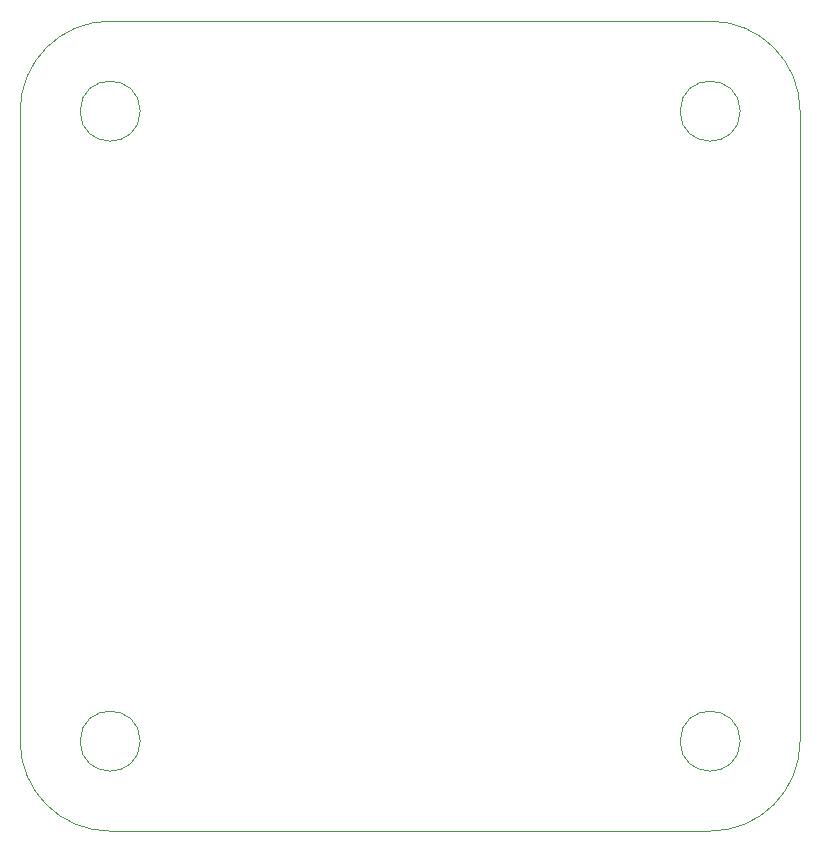
<source format=gbr>
%TF.GenerationSoftware,KiCad,Pcbnew,7.0.1*%
%TF.CreationDate,2024-04-16T12:00:11-05:00*%
%TF.ProjectId,coil,636f696c-2e6b-4696-9361-645f70636258,rev?*%
%TF.SameCoordinates,Original*%
%TF.FileFunction,Profile,NP*%
%FSLAX46Y46*%
G04 Gerber Fmt 4.6, Leading zero omitted, Abs format (unit mm)*
G04 Created by KiCad (PCBNEW 7.0.1) date 2024-04-16 12:00:11*
%MOMM*%
%LPD*%
G01*
G04 APERTURE LIST*
%TA.AperFunction,Profile*%
%ADD10C,0.100000*%
%TD*%
G04 APERTURE END LIST*
D10*
X93980000Y-129540000D02*
X93980000Y-76200000D01*
X152400000Y-137160000D02*
X101600000Y-137160000D01*
X160020000Y-76200000D02*
X160020000Y-129540000D01*
X101600000Y-68580000D02*
X152400000Y-68580000D01*
X160020000Y-76200000D02*
G75*
G03*
X152400000Y-68580000I-7620000J0D01*
G01*
X101600000Y-68580000D02*
G75*
G03*
X93980000Y-76200000I0J-7620000D01*
G01*
X93980000Y-129540000D02*
G75*
G03*
X101600000Y-137160000I7620000J0D01*
G01*
X152400000Y-137160000D02*
G75*
G03*
X160020000Y-129540000I0J7620000D01*
G01*
X104140000Y-129540000D02*
G75*
G03*
X104140000Y-129540000I-2540000J0D01*
G01*
X154940000Y-129540000D02*
G75*
G03*
X154940000Y-129540000I-2540000J0D01*
G01*
X154940000Y-76200000D02*
G75*
G03*
X154940000Y-76200000I-2540000J0D01*
G01*
X104140000Y-76200000D02*
G75*
G03*
X104140000Y-76200000I-2540000J0D01*
G01*
M02*

</source>
